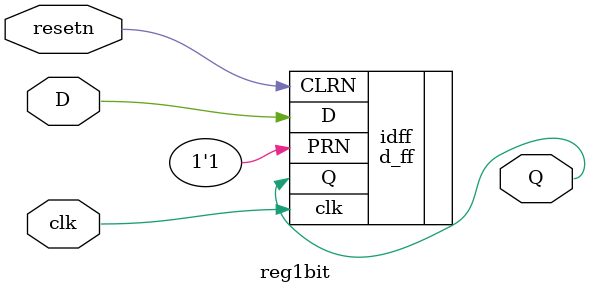
<source format=sv>
module reg1bit(
    input wire D,
    output wire Q,
    input wire clk,
    input resetn
);

    d_ff idff(.clk(clk), .D(D), .Q(Q), .CLRN(resetn), .PRN(1'b1));

endmodule
</source>
